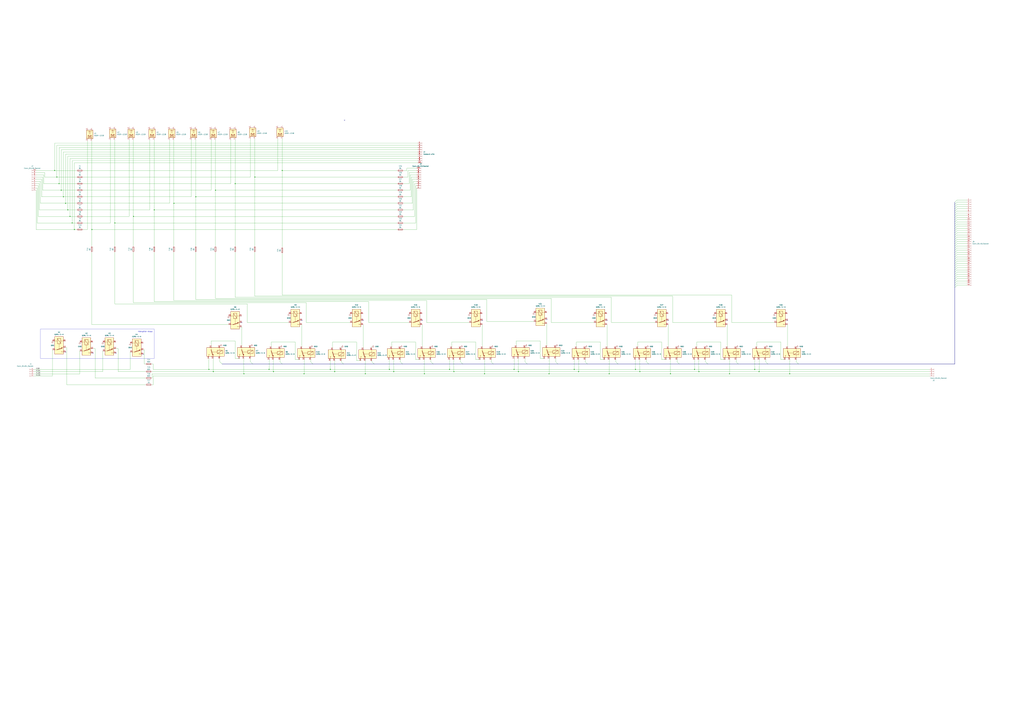
<source format=kicad_sch>
(kicad_sch (version 20230121) (generator eeschema)
  (paper "A0")
  (junction (at 521.97 429.26))
  (junction (at 847.09 434.34))
  (junction (at 179.07 243.84))
  (junction (at 778.51 434.34))
  (junction (at 671.83 431.8))
  (junction (at 283.21 434.34))
  (junction (at 227.33 228.6))
  (junction (at 596.9 429.26))
  (junction (at 388.62 431.8))
  (junction (at 78.74 243.84))
  (junction (at 133.35 259.08))
  (junction (at 811.53 431.8))
  (junction (at 273.05 213.36))
  (junction (at 707.39 434.34))
  (junction (at 81.28 251.46))
  (junction (at 666.75 429.26))
  (junction (at 201.93 236.22))
  (junction (at 637.54 434.34))
  (junction (at 492.76 434.34))
  (junction (at 327.66 198.12))
  (junction (at 106.68 266.7))
  (junction (at 312.42 429.26))
  (junction (at 424.18 434.34))
  (junction (at 876.3 429.26))
  (junction (at 295.91 205.74))
  (junction (at 737.87 429.26))
  (junction (at 527.05 431.8))
  (junction (at 154.94 251.46))
  (junction (at 452.12 429.26))
  (junction (at 86.36 266.7))
  (junction (at 73.66 228.6))
  (junction (at 317.5 431.8))
  (junction (at 562.61 434.34))
  (junction (at 916.94 434.34))
  (junction (at 242.57 429.26))
  (junction (at 66.04 205.74))
  (junction (at 742.95 431.8))
  (junction (at 457.2 431.8))
  (junction (at 353.06 434.34))
  (junction (at 881.38 431.8))
  (junction (at 71.12 220.98))
  (junction (at 247.65 431.8))
  (junction (at 383.54 429.26))
  (junction (at 68.58 213.36))
  (junction (at 63.5 198.12))
  (junction (at 601.98 431.8))
  (junction (at 83.82 259.08))
  (junction (at 76.2 236.22))
  (junction (at 250.19 220.98))
  (junction (at 806.45 429.26))
  (no_connect (at 844.55 372.11))
  (no_connect (at 280.67 374.65))
  (no_connect (at 134.62 410.21))
  (no_connect (at 166.37 411.48))
  (no_connect (at 107.95 410.21))
  (no_connect (at 421.64 372.11))
  (no_connect (at 350.52 372.11))
  (no_connect (at 560.07 372.11))
  (no_connect (at 775.97 372.11))
  (no_connect (at 490.22 372.11))
  (no_connect (at 635 370.84))
  (no_connect (at 400.05 139.7))
  (no_connect (at 76.2 408.94))
  (no_connect (at 704.85 372.11))
  (no_connect (at 914.4 372.11))
  (bus_entry (at 924.56 420.37) (size 2.54 2.54))
  (bus_entry (at 1111.25 326.39) (size -2.54 2.54))
  (bus_entry (at 1111.25 283.21) (size -2.54 2.54))
  (bus_entry (at 1111.25 318.77) (size -2.54 2.54))
  (bus_entry (at 1111.25 275.59) (size -2.54 2.54))
  (bus_entry (at 1111.25 273.05) (size -2.54 2.54))
  (bus_entry (at 1111.25 280.67) (size -2.54 2.54))
  (bus_entry (at 819.15 420.37) (size 2.54 2.54))
  (bus_entry (at 1111.25 308.61) (size -2.54 2.54))
  (bus_entry (at 679.45 420.37) (size 2.54 2.54))
  (bus_entry (at 360.68 420.37) (size 2.54 2.54))
  (bus_entry (at 609.6 420.37) (size 2.54 2.54))
  (bus_entry (at 889 420.37) (size 2.54 2.54))
  (bus_entry (at 1111.25 255.27) (size -2.54 2.54))
  (bus_entry (at 1111.25 295.91) (size -2.54 2.54))
  (bus_entry (at 255.27 420.37) (size 2.54 2.54))
  (bus_entry (at 1111.25 242.57) (size -2.54 2.54))
  (bus_entry (at 1111.25 328.93) (size -2.54 2.54))
  (bus_entry (at 1111.25 252.73) (size -2.54 2.54))
  (bus_entry (at 1111.25 300.99) (size -2.54 2.54))
  (bus_entry (at 1111.25 270.51) (size -2.54 2.54))
  (bus_entry (at 1111.25 257.81) (size -2.54 2.54))
  (bus_entry (at 1111.25 316.23) (size -2.54 2.54))
  (bus_entry (at 1111.25 250.19) (size -2.54 2.54))
  (bus_entry (at 786.13 420.37) (size 2.54 2.54))
  (bus_entry (at 1111.25 321.31) (size -2.54 2.54))
  (bus_entry (at 1111.25 234.95) (size -2.54 2.54))
  (bus_entry (at 1111.25 303.53) (size -2.54 2.54))
  (bus_entry (at 1111.25 313.69) (size -2.54 2.54))
  (bus_entry (at 1111.25 288.29) (size -2.54 2.54))
  (bus_entry (at 750.57 420.37) (size 2.54 2.54))
  (bus_entry (at 1111.25 285.75) (size -2.54 2.54))
  (bus_entry (at 325.12 420.37) (size 2.54 2.54))
  (bus_entry (at 500.38 420.37) (size 2.54 2.54))
  (bus_entry (at 396.24 420.37) (size 2.54 2.54))
  (bus_entry (at 1111.25 240.03) (size -2.54 2.54))
  (bus_entry (at 534.67 420.37) (size 2.54 2.54))
  (bus_entry (at 1111.25 311.15) (size -2.54 2.54))
  (bus_entry (at 1111.25 293.37) (size -2.54 2.54))
  (bus_entry (at 431.8 420.37) (size 2.54 2.54))
  (bus_entry (at 1111.25 331.47) (size -2.54 2.54))
  (bus_entry (at 645.16 420.37) (size 2.54 2.54))
  (bus_entry (at 1111.25 262.89) (size -2.54 2.54))
  (bus_entry (at 1111.25 247.65) (size -2.54 2.54))
  (bus_entry (at 854.71 420.37) (size 2.54 2.54))
  (bus_entry (at 1111.25 265.43) (size -2.54 2.54))
  (bus_entry (at 1111.25 237.49) (size -2.54 2.54))
  (bus_entry (at 1111.25 245.11) (size -2.54 2.54))
  (bus_entry (at 715.01 420.37) (size 2.54 2.54))
  (bus_entry (at 1111.25 298.45) (size -2.54 2.54))
  (bus_entry (at 1111.25 267.97) (size -2.54 2.54))
  (bus_entry (at 464.82 420.37) (size 2.54 2.54))
  (bus_entry (at 570.23 420.37) (size 2.54 2.54))
  (bus_entry (at 1111.25 290.83) (size -2.54 2.54))
  (bus_entry (at 1111.25 306.07) (size -2.54 2.54))
  (bus_entry (at 1111.25 278.13) (size -2.54 2.54))
  (bus_entry (at 290.83 420.37) (size 2.54 2.54))
  (bus_entry (at 1111.25 232.41) (size -2.54 2.54))
  (bus_entry (at 1111.25 260.35) (size -2.54 2.54))
  (bus_entry (at 1111.25 323.85) (size -2.54 2.54))
  (bus (pts (xy 1108.71 250.19) (xy 1108.71 252.73)))
  (wire (pts (xy 808.99 397.51) (xy 836.93 397.51)))
  (wire (pts (xy 565.15 373.38) (xy 565.15 347.98)))
  (wire (pts (xy 133.35 259.08) (xy 133.35 162.56)))
  (wire (pts (xy 76.2 179.07) (xy 76.2 236.22)))
  (wire (pts (xy 81.28 184.15) (xy 81.28 251.46)))
  (wire (pts (xy 245.11 396.24) (xy 273.05 396.24)))
  (wire (pts (xy 485.14 181.61) (xy 78.74 181.61)))
  (wire (pts (xy 52.07 205.74) (xy 66.04 205.74)))
  (wire (pts (xy 806.45 417.83) (xy 806.45 429.26)))
  (wire (pts (xy 342.9 397.51) (xy 342.9 417.83)))
  (wire (pts (xy 544.83 374.65) (xy 495.3 374.65)))
  (wire (pts (xy 76.2 403.86) (xy 77.47 403.86)))
  (wire (pts (xy 201.93 162.56) (xy 201.93 236.22)))
  (wire (pts (xy 689.61 374.65) (xy 640.08 374.65)))
  (wire (pts (xy 1111.25 328.93) (xy 1122.68 328.93)))
  (wire (pts (xy 353.06 417.83) (xy 353.06 434.34)))
  (wire (pts (xy 134.62 405.13) (xy 137.16 405.13)))
  (wire (pts (xy 396.24 403.86) (xy 396.24 402.59)))
  (wire (pts (xy 76.2 236.22) (xy 88.9 236.22)))
  (wire (pts (xy 287.02 374.65) (xy 287.02 353.06)))
  (bus (pts (xy 717.55 422.91) (xy 753.11 422.91)))
  (wire (pts (xy 1111.25 260.35) (xy 1122.68 260.35)))
  (wire (pts (xy 1111.25 321.31) (xy 1122.68 321.31)))
  (wire (pts (xy 39.37 429.26) (xy 151.13 429.26)))
  (wire (pts (xy 1111.25 326.39) (xy 1122.68 326.39)))
  (wire (pts (xy 424.18 434.34) (xy 492.76 434.34)))
  (wire (pts (xy 1111.25 262.89) (xy 1122.68 262.89)))
  (wire (pts (xy 740.41 397.51) (xy 768.35 397.51)))
  (wire (pts (xy 709.93 374.65) (xy 709.93 345.44)))
  (wire (pts (xy 478.79 236.22) (xy 468.63 236.22)))
  (wire (pts (xy 176.53 431.8) (xy 247.65 431.8)))
  (bus (pts (xy 788.67 422.91) (xy 821.69 422.91)))
  (wire (pts (xy 1111.25 267.97) (xy 1122.68 267.97)))
  (wire (pts (xy 154.94 162.56) (xy 154.94 251.46)))
  (wire (pts (xy 167.64 406.4) (xy 167.64 422.91)))
  (wire (pts (xy 481.33 251.46) (xy 481.33 213.36)))
  (bus (pts (xy 1108.71 303.53) (xy 1108.71 306.07)))
  (wire (pts (xy 421.64 377.19) (xy 421.64 403.86)))
  (bus (pts (xy 891.54 422.91) (xy 927.1 422.91)))
  (wire (pts (xy 1111.25 300.99) (xy 1122.68 300.99)))
  (wire (pts (xy 1111.25 298.45) (xy 1122.68 298.45)))
  (wire (pts (xy 46.99 236.22) (xy 76.2 236.22)))
  (wire (pts (xy 781.05 374.65) (xy 781.05 344.17)))
  (wire (pts (xy 1111.25 275.59) (xy 1122.68 275.59)))
  (wire (pts (xy 406.4 374.65) (xy 355.6 374.65)))
  (wire (pts (xy 39.37 431.8) (xy 119.38 431.8)))
  (wire (pts (xy 280.67 379.73) (xy 280.67 401.32)))
  (wire (pts (xy 78.74 181.61) (xy 78.74 243.84)))
  (wire (pts (xy 1111.25 313.69) (xy 1122.68 313.69)))
  (wire (pts (xy 327.66 342.9) (xy 327.66 294.64)))
  (wire (pts (xy 427.99 350.52) (xy 179.07 350.52)))
  (wire (pts (xy 457.2 431.8) (xy 527.05 431.8)))
  (wire (pts (xy 68.58 213.36) (xy 88.9 213.36)))
  (wire (pts (xy 314.96 397.51) (xy 342.9 397.51)))
  (wire (pts (xy 552.45 417.83) (xy 557.53 417.83)))
  (wire (pts (xy 245.11 162.56) (xy 245.11 220.98)))
  (wire (pts (xy 250.19 346.71) (xy 250.19 293.37)))
  (wire (pts (xy 1111.25 295.91) (xy 1122.68 295.91)))
  (wire (pts (xy 86.36 189.23) (xy 86.36 266.7)))
  (wire (pts (xy 295.91 344.17) (xy 295.91 293.37)))
  (wire (pts (xy 844.55 377.19) (xy 844.55 402.59)))
  (wire (pts (xy 495.3 349.25) (xy 201.93 349.25)))
  (bus (pts (xy 1108.71 293.37) (xy 1108.71 295.91)))
  (wire (pts (xy 666.75 417.83) (xy 666.75 429.26)))
  (wire (pts (xy 854.71 417.83) (xy 854.71 420.37)))
  (bus (pts (xy 293.37 422.91) (xy 327.66 422.91)))
  (wire (pts (xy 482.6 417.83) (xy 487.68 417.83)))
  (wire (pts (xy 552.45 397.51) (xy 552.45 417.83)))
  (wire (pts (xy 806.45 429.26) (xy 876.3 429.26)))
  (wire (pts (xy 1111.25 242.57) (xy 1122.68 242.57)))
  (wire (pts (xy 177.8 429.26) (xy 242.57 429.26)))
  (wire (pts (xy 601.98 431.8) (xy 671.83 431.8)))
  (wire (pts (xy 133.35 285.75) (xy 133.35 259.08)))
  (bus (pts (xy 1108.71 328.93) (xy 1108.71 331.47)))
  (wire (pts (xy 71.12 173.99) (xy 71.12 220.98)))
  (wire (pts (xy 273.05 162.56) (xy 273.05 213.36)))
  (wire (pts (xy 77.47 403.86) (xy 77.47 447.04)))
  (wire (pts (xy 386.08 397.51) (xy 414.02 397.51)))
  (wire (pts (xy 283.21 434.34) (xy 353.06 434.34)))
  (wire (pts (xy 1111.25 237.49) (xy 1122.68 237.49)))
  (wire (pts (xy 490.22 377.19) (xy 490.22 402.59)))
  (wire (pts (xy 474.98 374.65) (xy 427.99 374.65)))
  (wire (pts (xy 715.01 417.83) (xy 715.01 420.37)))
  (wire (pts (xy 671.83 417.83) (xy 671.83 431.8)))
  (bus (pts (xy 1108.71 283.21) (xy 1108.71 285.75)))
  (wire (pts (xy 267.97 162.56) (xy 267.97 213.36)))
  (wire (pts (xy 485.14 189.23) (xy 86.36 189.23)))
  (wire (pts (xy 534.67 417.83) (xy 534.67 420.37)))
  (wire (pts (xy 697.23 397.51) (xy 697.23 417.83)))
  (wire (pts (xy 601.98 416.56) (xy 601.98 431.8)))
  (wire (pts (xy 669.29 397.51) (xy 697.23 397.51)))
  (wire (pts (xy 1111.25 250.19) (xy 1122.68 250.19)))
  (wire (pts (xy 836.93 417.83) (xy 842.01 417.83)))
  (wire (pts (xy 154.94 351.79) (xy 154.94 293.37)))
  (wire (pts (xy 454.66 402.59) (xy 454.66 397.51)))
  (wire (pts (xy 521.97 429.26) (xy 596.9 429.26)))
  (wire (pts (xy 737.87 417.83) (xy 737.87 429.26)))
  (wire (pts (xy 227.33 228.6) (xy 461.01 228.6)))
  (wire (pts (xy 476.25 203.2) (xy 483.87 203.2)))
  (bus (pts (xy 467.36 422.91) (xy 502.92 422.91)))
  (wire (pts (xy 96.52 236.22) (xy 196.85 236.22)))
  (wire (pts (xy 482.6 259.08) (xy 468.63 259.08)))
  (wire (pts (xy 317.5 417.83) (xy 317.5 431.8)))
  (wire (pts (xy 96.52 259.08) (xy 128.27 259.08)))
  (bus (pts (xy 327.66 422.91) (xy 363.22 422.91)))
  (wire (pts (xy 671.83 431.8) (xy 742.95 431.8)))
  (wire (pts (xy 106.68 163.83) (xy 106.68 266.7)))
  (wire (pts (xy 1111.25 245.11) (xy 1122.68 245.11)))
  (wire (pts (xy 49.53 220.98) (xy 49.53 205.74)))
  (wire (pts (xy 924.56 417.83) (xy 924.56 420.37)))
  (wire (pts (xy 137.16 431.8) (xy 168.91 431.8)))
  (wire (pts (xy 679.45 417.83) (xy 679.45 420.37)))
  (bus (pts (xy 1108.71 308.61) (xy 1108.71 311.15)))
  (wire (pts (xy 750.57 417.83) (xy 750.57 420.37)))
  (wire (pts (xy 73.66 228.6) (xy 88.9 228.6)))
  (wire (pts (xy 106.68 266.7) (xy 461.01 266.7)))
  (wire (pts (xy 273.05 293.37) (xy 273.05 345.44)))
  (bus (pts (xy 1108.71 318.77) (xy 1108.71 321.31)))
  (wire (pts (xy 492.76 434.34) (xy 562.61 434.34)))
  (wire (pts (xy 881.38 431.8) (xy 1079.5 431.8)))
  (wire (pts (xy 342.9 417.83) (xy 347.98 417.83)))
  (bus (pts (xy 857.25 422.91) (xy 891.54 422.91)))
  (wire (pts (xy 599.44 401.32) (xy 599.44 396.24)))
  (wire (pts (xy 48.26 228.6) (xy 73.66 228.6)))
  (wire (pts (xy 314.96 402.59) (xy 314.96 397.51)))
  (wire (pts (xy 92.71 407.67) (xy 92.71 434.34)))
  (wire (pts (xy 290.83 161.29) (xy 290.83 205.74)))
  (wire (pts (xy 1111.25 288.29) (xy 1122.68 288.29)))
  (wire (pts (xy 106.68 293.37) (xy 106.68 377.19)))
  (wire (pts (xy 50.8 213.36) (xy 68.58 213.36)))
  (wire (pts (xy 179.07 285.75) (xy 179.07 243.84)))
  (wire (pts (xy 1111.25 308.61) (xy 1122.68 308.61)))
  (bus (pts (xy 1108.71 273.05) (xy 1108.71 275.59)))
  (wire (pts (xy 73.66 176.53) (xy 73.66 228.6)))
  (wire (pts (xy 778.51 417.83) (xy 778.51 434.34)))
  (wire (pts (xy 786.13 417.83) (xy 786.13 420.37)))
  (wire (pts (xy 52.07 200.66) (xy 41.91 200.66)))
  (bus (pts (xy 1108.71 288.29) (xy 1108.71 290.83)))
  (wire (pts (xy 480.06 210.82) (xy 483.87 210.82)))
  (wire (pts (xy 878.84 397.51) (xy 906.78 397.51)))
  (wire (pts (xy 640.08 346.71) (xy 250.19 346.71)))
  (wire (pts (xy 461.01 220.98) (xy 250.19 220.98)))
  (bus (pts (xy 1108.71 255.27) (xy 1108.71 257.81)))
  (bus (pts (xy 1108.71 321.31) (xy 1108.71 323.85)))
  (wire (pts (xy 876.3 429.26) (xy 1079.5 429.26)))
  (wire (pts (xy 227.33 162.56) (xy 227.33 228.6)))
  (wire (pts (xy 427.99 374.65) (xy 427.99 350.52)))
  (bus (pts (xy 434.34 422.91) (xy 467.36 422.91)))
  (wire (pts (xy 81.28 251.46) (xy 88.9 251.46)))
  (wire (pts (xy 476.25 220.98) (xy 468.63 220.98)))
  (wire (pts (xy 619.76 373.38) (xy 565.15 373.38)))
  (wire (pts (xy 473.71 205.74) (xy 468.63 205.74)))
  (wire (pts (xy 242.57 416.56) (xy 242.57 429.26)))
  (bus (pts (xy 1108.71 311.15) (xy 1108.71 313.69)))
  (wire (pts (xy 52.07 205.74) (xy 52.07 200.66)))
  (wire (pts (xy 819.15 417.83) (xy 819.15 420.37)))
  (wire (pts (xy 482.6 259.08) (xy 482.6 215.9)))
  (bus (pts (xy 1108.71 300.99) (xy 1108.71 303.53)))
  (wire (pts (xy 66.04 168.91) (xy 66.04 205.74)))
  (wire (pts (xy 154.94 251.46) (xy 461.01 251.46)))
  (wire (pts (xy 485.14 179.07) (xy 76.2 179.07)))
  (wire (pts (xy 63.5 198.12) (xy 88.9 198.12)))
  (wire (pts (xy 63.5 166.37) (xy 63.5 198.12)))
  (bus (pts (xy 1108.71 260.35) (xy 1108.71 262.89)))
  (wire (pts (xy 353.06 434.34) (xy 424.18 434.34)))
  (wire (pts (xy 457.2 417.83) (xy 457.2 431.8)))
  (wire (pts (xy 635 375.92) (xy 635 401.32)))
  (wire (pts (xy 355.6 374.65) (xy 355.6 351.79)))
  (bus (pts (xy 1108.71 252.73) (xy 1108.71 255.27)))
  (wire (pts (xy 128.27 162.56) (xy 128.27 259.08)))
  (wire (pts (xy 177.8 422.91) (xy 177.8 429.26)))
  (wire (pts (xy 775.97 377.19) (xy 775.97 402.59)))
  (bus (pts (xy 1108.71 237.49) (xy 1108.71 240.03)))
  (wire (pts (xy 1111.25 234.95) (xy 1122.68 234.95)))
  (wire (pts (xy 627.38 416.56) (xy 632.46 416.56)))
  (wire (pts (xy 43.18 259.08) (xy 43.18 218.44)))
  (bus (pts (xy 1108.71 278.13) (xy 1108.71 280.67)))
  (wire (pts (xy 265.43 377.19) (xy 106.68 377.19)))
  (wire (pts (xy 41.91 266.7) (xy 41.91 220.98)))
  (wire (pts (xy 481.33 213.36) (xy 483.87 213.36)))
  (wire (pts (xy 452.12 429.26) (xy 521.97 429.26)))
  (wire (pts (xy 521.97 417.83) (xy 521.97 429.26)))
  (wire (pts (xy 327.66 198.12) (xy 461.01 198.12)))
  (wire (pts (xy 476.25 220.98) (xy 476.25 203.2)))
  (bus (pts (xy 1108.71 285.75) (xy 1108.71 288.29)))
  (wire (pts (xy 666.75 429.26) (xy 737.87 429.26)))
  (wire (pts (xy 707.39 417.83) (xy 707.39 434.34)))
  (wire (pts (xy 527.05 431.8) (xy 601.98 431.8)))
  (bus (pts (xy 1108.71 316.23) (xy 1108.71 318.77)))
  (wire (pts (xy 96.52 266.7) (xy 101.6 266.7)))
  (wire (pts (xy 669.29 402.59) (xy 669.29 397.51)))
  (wire (pts (xy 1111.25 257.81) (xy 1122.68 257.81)))
  (wire (pts (xy 483.87 266.7) (xy 468.63 266.7)))
  (wire (pts (xy 173.99 162.56) (xy 173.99 243.84)))
  (wire (pts (xy 335.28 374.65) (xy 287.02 374.65)))
  (wire (pts (xy 49.53 220.98) (xy 71.12 220.98)))
  (wire (pts (xy 472.44 198.12) (xy 468.63 198.12)))
  (bus (pts (xy 1108.71 247.65) (xy 1108.71 250.19)))
  (wire (pts (xy 201.93 236.22) (xy 201.93 285.75)))
  (wire (pts (xy 811.53 417.83) (xy 811.53 431.8)))
  (bus (pts (xy 1108.71 295.91) (xy 1108.71 298.45)))
  (wire (pts (xy 44.45 251.46) (xy 81.28 251.46)))
  (wire (pts (xy 50.8 203.2) (xy 41.91 203.2)))
  (bus (pts (xy 1108.71 245.11) (xy 1108.71 247.65)))
  (wire (pts (xy 472.44 198.12) (xy 472.44 195.58)))
  (wire (pts (xy 83.82 259.08) (xy 88.9 259.08)))
  (bus (pts (xy 1108.71 422.91) (xy 1108.71 334.01)))
  (wire (pts (xy 273.05 213.36) (xy 273.05 285.75)))
  (wire (pts (xy 1111.25 285.75) (xy 1122.68 285.75)))
  (wire (pts (xy 110.49 405.13) (xy 110.49 439.42)))
  (wire (pts (xy 1111.25 323.85) (xy 1122.68 323.85)))
  (bus (pts (xy 1108.71 265.43) (xy 1108.71 267.97)))
  (wire (pts (xy 355.6 351.79) (xy 154.94 351.79)))
  (wire (pts (xy 383.54 419.1) (xy 383.54 429.26)))
  (wire (pts (xy 483.87 266.7) (xy 483.87 218.44)))
  (wire (pts (xy 48.26 228.6) (xy 48.26 208.28)))
  (wire (pts (xy 273.05 213.36) (xy 461.01 213.36)))
  (wire (pts (xy 481.33 251.46) (xy 468.63 251.46)))
  (wire (pts (xy 811.53 431.8) (xy 881.38 431.8)))
  (wire (pts (xy 290.83 416.56) (xy 290.83 420.37)))
  (wire (pts (xy 386.08 403.86) (xy 386.08 397.51)))
  (wire (pts (xy 273.05 416.56) (xy 278.13 416.56)))
  (wire (pts (xy 565.15 347.98) (xy 227.33 347.98)))
  (wire (pts (xy 482.6 397.51) (xy 482.6 417.83)))
  (wire (pts (xy 1111.25 232.41) (xy 1122.68 232.41)))
  (wire (pts (xy 96.52 243.84) (xy 173.99 243.84)))
  (bus (pts (xy 681.99 422.91) (xy 717.55 422.91)))
  (bus (pts (xy 1108.71 262.89) (xy 1108.71 265.43)))
  (bus (pts (xy 1108.71 298.45) (xy 1108.71 300.99)))
  (wire (pts (xy 914.4 377.19) (xy 914.4 402.59)))
  (bus (pts (xy 537.21 422.91) (xy 572.77 422.91)))
  (wire (pts (xy 596.9 416.56) (xy 596.9 429.26)))
  (wire (pts (xy 201.93 293.37) (xy 201.93 349.25)))
  (bus (pts (xy 1108.71 326.39) (xy 1108.71 328.93)))
  (wire (pts (xy 1111.25 278.13) (xy 1122.68 278.13)))
  (bus (pts (xy 753.11 422.91) (xy 788.67 422.91)))
  (wire (pts (xy 60.96 406.4) (xy 60.96 436.88)))
  (wire (pts (xy 71.12 220.98) (xy 88.9 220.98)))
  (wire (pts (xy 916.94 417.83) (xy 916.94 434.34)))
  (wire (pts (xy 742.95 431.8) (xy 811.53 431.8)))
  (wire (pts (xy 176.53 447.04) (xy 177.8 447.04)))
  (wire (pts (xy 242.57 429.26) (xy 312.42 429.26)))
  (wire (pts (xy 906.78 397.51) (xy 906.78 417.83)))
  (wire (pts (xy 107.95 405.13) (xy 110.49 405.13)))
  (wire (pts (xy 485.14 171.45) (xy 68.58 171.45)))
  (wire (pts (xy 414.02 397.51) (xy 414.02 419.1)))
  (wire (pts (xy 383.54 429.26) (xy 452.12 429.26)))
  (wire (pts (xy 154.94 285.75) (xy 154.94 251.46)))
  (wire (pts (xy 317.5 431.8) (xy 388.62 431.8)))
  (wire (pts (xy 48.26 208.28) (xy 41.91 208.28)))
  (wire (pts (xy 836.93 397.51) (xy 836.93 417.83)))
  (wire (pts (xy 179.07 162.56) (xy 179.07 243.84)))
  (wire (pts (xy 740.41 402.59) (xy 740.41 397.51)))
  (bus (pts (xy 1108.71 290.83) (xy 1108.71 293.37)))
  (wire (pts (xy 44.45 215.9) (xy 41.91 215.9)))
  (wire (pts (xy 431.8 403.86) (xy 431.8 402.59)))
  (wire (pts (xy 477.52 228.6) (xy 468.63 228.6)))
  (wire (pts (xy 1111.25 306.07) (xy 1122.68 306.07)))
  (wire (pts (xy 477.52 205.74) (xy 483.87 205.74)))
  (wire (pts (xy 222.25 162.56) (xy 222.25 228.6)))
  (bus (pts (xy 821.69 422.91) (xy 857.25 422.91)))
  (bus (pts (xy 1108.71 331.47) (xy 1108.71 334.01)))
  (wire (pts (xy 86.36 266.7) (xy 88.9 266.7)))
  (wire (pts (xy 227.33 347.98) (xy 227.33 293.37)))
  (wire (pts (xy 829.31 374.65) (xy 781.05 374.65)))
  (wire (pts (xy 560.07 377.19) (xy 560.07 402.59)))
  (wire (pts (xy 327.66 161.29) (xy 327.66 198.12)))
  (wire (pts (xy 327.66 287.02) (xy 327.66 198.12)))
  (wire (pts (xy 452.12 417.83) (xy 452.12 429.26)))
  (wire (pts (xy 250.19 285.75) (xy 250.19 220.98)))
  (wire (pts (xy 1111.25 273.05) (xy 1122.68 273.05)))
  (wire (pts (xy 177.8 436.88) (xy 177.8 447.04)))
  (wire (pts (xy 45.72 213.36) (xy 41.91 213.36)))
  (wire (pts (xy 454.66 397.51) (xy 482.6 397.51)))
  (wire (pts (xy 1111.25 270.51) (xy 1122.68 270.51)))
  (wire (pts (xy 781.05 344.17) (xy 295.91 344.17)))
  (wire (pts (xy 1111.25 255.27) (xy 1122.68 255.27)))
  (wire (pts (xy 645.16 416.56) (xy 645.16 420.37)))
  (wire (pts (xy 295.91 285.75) (xy 295.91 205.74)))
  (wire (pts (xy 44.45 251.46) (xy 44.45 215.9)))
  (wire (pts (xy 325.12 417.83) (xy 325.12 420.37)))
  (wire (pts (xy 1111.25 331.47) (xy 1122.68 331.47)))
  (bus (pts (xy 1108.71 270.51) (xy 1108.71 273.05)))
  (wire (pts (xy 247.65 431.8) (xy 317.5 431.8)))
  (wire (pts (xy 312.42 417.83) (xy 312.42 429.26)))
  (bus (pts (xy 1108.71 234.95) (xy 1108.71 237.49)))
  (wire (pts (xy 847.09 434.34) (xy 916.94 434.34)))
  (wire (pts (xy 808.99 402.59) (xy 808.99 397.51)))
  (wire (pts (xy 500.38 417.83) (xy 500.38 420.37)))
  (wire (pts (xy 474.98 213.36) (xy 474.98 200.66)))
  (wire (pts (xy 431.8 419.1) (xy 431.8 420.37)))
  (wire (pts (xy 477.52 228.6) (xy 477.52 205.74)))
  (wire (pts (xy 760.73 374.65) (xy 709.93 374.65)))
  (wire (pts (xy 78.74 243.84) (xy 88.9 243.84)))
  (wire (pts (xy 96.52 205.74) (xy 290.83 205.74)))
  (wire (pts (xy 96.52 198.12) (xy 322.58 198.12)))
  (wire (pts (xy 778.51 434.34) (xy 847.09 434.34)))
  (wire (pts (xy 889 417.83) (xy 889 420.37)))
  (wire (pts (xy 878.84 402.59) (xy 878.84 397.51)))
  (wire (pts (xy 49.53 205.74) (xy 41.91 205.74)))
  (wire (pts (xy 1111.25 311.15) (xy 1122.68 311.15)))
  (wire (pts (xy 1111.25 252.73) (xy 1122.68 252.73)))
  (wire (pts (xy 707.39 434.34) (xy 778.51 434.34)))
  (bus (pts (xy 647.7 422.91) (xy 681.99 422.91)))
  (wire (pts (xy 201.93 236.22) (xy 461.01 236.22)))
  (wire (pts (xy 637.54 416.56) (xy 637.54 434.34)))
  (wire (pts (xy 388.62 419.1) (xy 388.62 431.8)))
  (wire (pts (xy 1111.25 283.21) (xy 1122.68 283.21)))
  (wire (pts (xy 273.05 396.24) (xy 273.05 416.56)))
  (wire (pts (xy 66.04 205.74) (xy 88.9 205.74)))
  (bus (pts (xy 927.1 422.91) (xy 1108.71 422.91)))
  (wire (pts (xy 473.71 198.12) (xy 483.87 198.12)))
  (wire (pts (xy 485.14 173.99) (xy 71.12 173.99)))
  (wire (pts (xy 849.63 374.65) (xy 849.63 342.9)))
  (bus (pts (xy 1108.71 280.67) (xy 1108.71 283.21)))
  (wire (pts (xy 119.38 407.67) (xy 119.38 431.8)))
  (bus (pts (xy 1108.71 257.81) (xy 1108.71 260.35)))
  (wire (pts (xy 350.52 377.19) (xy 350.52 402.59)))
  (wire (pts (xy 847.09 417.83) (xy 847.09 434.34)))
  (wire (pts (xy 627.38 396.24) (xy 627.38 416.56)))
  (wire (pts (xy 473.71 205.74) (xy 473.71 198.12)))
  (wire (pts (xy 96.52 251.46) (xy 149.86 251.46)))
  (wire (pts (xy 474.98 200.66) (xy 483.87 200.66)))
  (wire (pts (xy 596.9 429.26) (xy 666.75 429.26)))
  (wire (pts (xy 485.14 184.15) (xy 81.28 184.15)))
  (wire (pts (xy 474.98 213.36) (xy 468.63 213.36)))
  (wire (pts (xy 478.79 208.28) (xy 483.87 208.28)))
  (wire (pts (xy 599.44 396.24) (xy 627.38 396.24)))
  (wire (pts (xy 464.82 417.83) (xy 464.82 420.37)))
  (wire (pts (xy 106.68 266.7) (xy 106.68 285.75)))
  (wire (pts (xy 149.86 162.56) (xy 149.86 251.46)))
  (wire (pts (xy 396.24 419.1) (xy 396.24 420.37)))
  (wire (pts (xy 424.18 419.1) (xy 424.18 434.34)))
  (wire (pts (xy 485.14 176.53) (xy 73.66 176.53)))
  (wire (pts (xy 768.35 417.83) (xy 773.43 417.83)))
  (bus (pts (xy 612.14 422.91) (xy 647.7 422.91)))
  (wire (pts (xy 472.44 195.58) (xy 483.87 195.58)))
  (wire (pts (xy 50.8 213.36) (xy 50.8 203.2)))
  (wire (pts (xy 196.85 162.56) (xy 196.85 236.22)))
  (wire (pts (xy 527.05 417.83) (xy 527.05 431.8)))
  (wire (pts (xy 1111.25 290.83) (xy 1122.68 290.83)))
  (bus (pts (xy 398.78 422.91) (xy 434.34 422.91)))
  (wire (pts (xy 570.23 417.83) (xy 570.23 420.37)))
  (wire (pts (xy 68.58 171.45) (xy 68.58 213.36)))
  (wire (pts (xy 247.65 416.56) (xy 247.65 431.8)))
  (wire (pts (xy 478.79 236.22) (xy 478.79 208.28)))
  (wire (pts (xy 151.13 408.94) (xy 151.13 429.26)))
  (wire (pts (xy 704.85 377.19) (xy 704.85 402.59)))
  (wire (pts (xy 41.91 198.12) (xy 63.5 198.12)))
  (wire (pts (xy 322.58 161.29) (xy 322.58 198.12)))
  (wire (pts (xy 1111.25 265.43) (xy 1122.68 265.43)))
  (wire (pts (xy 39.37 434.34) (xy 92.71 434.34)))
  (wire (pts (xy 245.11 401.32) (xy 245.11 396.24)))
  (wire (pts (xy 524.51 397.51) (xy 552.45 397.51)))
  (wire (pts (xy 133.35 259.08) (xy 461.01 259.08)))
  (wire (pts (xy 96.52 213.36) (xy 267.97 213.36)))
  (wire (pts (xy 1111.25 318.77) (xy 1122.68 318.77)))
  (bus (pts (xy 1108.71 240.03) (xy 1108.71 242.57)))
  (bus (pts (xy 1108.71 275.59) (xy 1108.71 278.13)))
  (wire (pts (xy 83.82 186.69) (xy 83.82 259.08)))
  (wire (pts (xy 166.37 406.4) (xy 167.64 406.4)))
  (wire (pts (xy 1111.25 280.67) (xy 1122.68 280.67)))
  (wire (pts (xy 60.96 436.88) (xy 39.37 436.88)))
  (bus (pts (xy 502.92 422.91) (xy 537.21 422.91)))
  (wire (pts (xy 137.16 405.13) (xy 137.16 431.8)))
  (wire (pts (xy 485.14 166.37) (xy 63.5 166.37)))
  (wire (pts (xy 176.53 439.42) (xy 176.53 434.34)))
  (wire (pts (xy 77.47 447.04) (xy 168.91 447.04)))
  (wire (pts (xy 414.02 419.1) (xy 419.1 419.1)))
  (wire (pts (xy 492.76 417.83) (xy 492.76 434.34)))
  (wire (pts (xy 295.91 205.74) (xy 295.91 161.29)))
  (wire (pts (xy 899.16 374.65) (xy 849.63 374.65)))
  (wire (pts (xy 640.08 374.65) (xy 640.08 346.71)))
  (wire (pts (xy 906.78 417.83) (xy 911.86 417.83)))
  (wire (pts (xy 1111.25 316.23) (xy 1122.68 316.23)))
  (wire (pts (xy 255.27 416.56) (xy 255.27 420.37)))
  (bus (pts (xy 1108.71 323.85) (xy 1108.71 326.39)))
  (wire (pts (xy 480.06 210.82) (xy 480.06 243.84)))
  (wire (pts (xy 562.61 434.34) (xy 637.54 434.34)))
  (wire (pts (xy 312.42 429.26) (xy 383.54 429.26)))
  (bus (pts (xy 572.77 422.91) (xy 612.14 422.91)))
  (bus (pts (xy 363.22 422.91) (xy 398.78 422.91)))
  (wire (pts (xy 1111.25 240.03) (xy 1122.68 240.03)))
  (wire (pts (xy 742.95 417.83) (xy 742.95 431.8)))
  (wire (pts (xy 177.8 436.88) (xy 1079.5 436.88)))
  (wire (pts (xy 1111.25 247.65) (xy 1122.68 247.65)))
  (wire (pts (xy 43.18 218.44) (xy 41.91 218.44)))
  (wire (pts (xy 43.18 259.08) (xy 83.82 259.08)))
  (bus (pts (xy 1108.71 313.69) (xy 1108.71 316.23)))
  (wire (pts (xy 101.6 163.83) (xy 101.6 266.7)))
  (wire (pts (xy 287.02 353.06) (xy 133.35 353.06)))
  (wire (pts (xy 637.54 434.34) (xy 707.39 434.34)))
  (wire (pts (xy 697.23 417.83) (xy 702.31 417.83)))
  (wire (pts (xy 45.72 213.36) (xy 45.72 243.84)))
  (wire (pts (xy 45.72 243.84) (xy 78.74 243.84)))
  (wire (pts (xy 283.21 416.56) (xy 283.21 434.34)))
  (wire (pts (xy 562.61 417.83) (xy 562.61 434.34)))
  (wire (pts (xy 916.94 434.34) (xy 1079.5 434.34)))
  (wire (pts (xy 179.07 243.84) (xy 461.01 243.84)))
  (wire (pts (xy 227.33 285.75) (xy 227.33 228.6)))
  (bus (pts (xy 1108.71 242.57) (xy 1108.71 245.11)))
  (wire (pts (xy 495.3 374.65) (xy 495.3 349.25)))
  (wire (pts (xy 485.14 168.91) (xy 66.04 168.91)))
  (wire (pts (xy 46.99 210.82) (xy 41.91 210.82)))
  (wire (pts (xy 609.6 416.56) (xy 609.6 420.37)))
  (wire (pts (xy 1111.25 293.37) (xy 1122.68 293.37)))
  (wire (pts (xy 881.38 417.83) (xy 881.38 431.8)))
  (wire (pts (xy 768.35 397.51) (xy 768.35 417.83)))
  (wire (pts (xy 876.3 417.83) (xy 876.3 429.26)))
  (wire (pts (xy 388.62 431.8) (xy 457.2 431.8)))
  (wire (pts (xy 133.35 353.06) (xy 133.35 293.37)))
  (wire (pts (xy 849.63 342.9) (xy 327.66 342.9)))
  (wire (pts (xy 461.01 205.74) (xy 295.91 205.74)))
  (bus (pts (xy 257.81 422.91) (xy 293.37 422.91)))
  (wire (pts (xy 524.51 402.59) (xy 524.51 397.51)))
  (wire (pts (xy 482.6 215.9) (xy 483.87 215.9)))
  (wire (pts (xy 1111.25 303.53) (xy 1122.68 303.53)))
  (bus (pts (xy 1108.71 306.07) (xy 1108.71 308.61)))
  (wire (pts (xy 709.93 345.44) (xy 273.05 345.44)))
  (wire (pts (xy 737.87 429.26) (xy 806.45 429.26)))
  (wire (pts (xy 110.49 439.42) (xy 168.91 439.42)))
  (wire (pts (xy 96.52 228.6) (xy 222.25 228.6)))
  (wire (pts (xy 96.52 220.98) (xy 245.11 220.98)))
  (wire (pts (xy 480.06 243.84) (xy 468.63 243.84)))
  (wire (pts (xy 46.99 236.22) (xy 46.99 210.82)))
  (wire (pts (xy 360.68 417.83) (xy 360.68 420.37)))
  (wire (pts (xy 176.53 422.91) (xy 177.8 422.91)))
  (wire (pts (xy 485.14 186.69) (xy 83.82 186.69)))
  (wire (pts (xy 179.07 350.52) (xy 179.07 293.37)))
  (wire (pts (xy 168.91 422.91) (xy 167.64 422.91)))
  (wire (pts (xy 250.19 220.98) (xy 250.19 162.56)))
  (bus (pts (xy 1108.71 267.97) (xy 1108.71 270.51)))
  (wire (pts (xy 41.91 266.7) (xy 86.36 266.7)))
  (wire (pts (xy 176.53 434.34) (xy 283.21 434.34)))
  (rectangle (start 46.99 382.27) (end 179.07 416.56))
  (text "Interuption relays\n" (at 160.02 386.08 0) (effects (font (size 1.27 1.27)) (justify left bottom)))
  (label "KL31" (at 41.91 431.8 0))
  (label "COM" (at 41.91 429.26 0))
  (label "KL15" (at 41.91 436.88 0))
  (label "KL30" (at 41.91 434.34 0))
  (symbol (lib_id "Device:Fuse") (at 154.94 289.56 180) (unit 1)
    (property "Reference" "F13" (at 149.86 289.56 90))
    (property "Value" "8A" (at 152.4 289.56 90))
  )
  (symbol (lib_id "Relay:G2RL-1-H") (at 426.72 411.48 180) (unit 1)
    (property "Reference" "K13" (at 438.15 410.21 0) (effects (justify right)))
    (property "Value" "G2RL-1-H" (at 438.15 412.75 0) (effects (justify right)))
    (property "Footprint" "Relay_THT:Relay_SPDT_Omron_G2RL-1" (effects hide))
    (property "Datasheet" "https://omronfs.omron.com/en_US/ecb/products/pdf/en-g2rl.pdf" (effects hide))
  )
  (symbol (lib_id "power:GND") (at 60.96 396.24 0) (unit 1)
    (property "Reference" "#PWR01" (effects hide))
    (property "Value" "GND" (at 60.96 401.32 0))
  )
  (symbol (lib_id "Device:Fuse") (at 464.82 236.22 270) (mirror x) (unit 1)
    (property "Reference" "F30" (at 464.82 231.14 90))
    (property "Value" "8A" (at 464.82 233.68 90))
  )
  (symbol (lib_id "Device:Fuse") (at 172.72 431.8 90) (unit 1)
    (property "Reference" "F15" (at 172.72 426.72 90))
    (property "Value" "80A" (at 172.72 429.26 90))
  )
  (symbol (lib_id "power:GND") (at 360.68 402.59 90) (unit 1)
    (property "Reference" "#PWR010" (effects hide))
    (property "Value" "GND" (at 364.49 402.59 90) (effects (justify right)))
  )
  (symbol (lib_id "Device:Fuse") (at 172.72 447.04 90) (unit 1)
    (property "Reference" "F17" (at 172.72 441.96 90))
    (property "Value" "5A" (at 172.72 444.5 90))
  )
  (symbol (lib_id "power:GND") (at 464.82 402.59 90) (unit 1)
    (property "Reference" "#PWR014" (effects hide))
    (property "Value" "GND" (at 468.63 402.59 90) (effects (justify right)))
  )
  (symbol (lib_id "power:GND") (at 609.6 401.32 90) (unit 1)
    (property "Reference" "#PWR020" (effects hide))
    (property "Value" "GND" (at 613.41 401.32 90) (effects (justify right)))
  )
  (symbol (lib_id "Relay:G2RL-1-H") (at 604.52 408.94 180) (unit 1)
    (property "Reference" "K20" (at 615.95 407.67 0) (effects (justify right)))
    (property "Value" "G2RL-1-H" (at 615.95 410.21 0) (effects (justify right)))
    (property "Footprint" "Relay_THT:Relay_SPDT_Omron_G2RL-1" (effects hide))
    (property "Datasheet" "https://omronfs.omron.com/en_US/ecb/products/pdf/en-g2rl.pdf" (effects hide))
  )
  (symbol (lib_id "Relay:G2RL-1-H") (at 836.93 369.57 270) (unit 1)
    (property "Reference" "K30" (at 836.93 354.33 90))
    (property "Value" "G2RL-1-H" (at 836.93 356.87 90))
    (property "Footprint" "Relay_THT:Relay_SPDT_Omron_G2RL-1" (effects hide))
    (property "Datasheet" "https://omronfs.omron.com/en_US/ecb/products/pdf/en-g2rl.pdf" (effects hide))
  )
  (symbol (lib_id "Device:Fuse") (at 464.82 213.36 270) (mirror x) (unit 1)
    (property "Reference" "F27" (at 464.82 208.28 90))
    (property "Value" "8A" (at 464.82 210.82 90))
  )
  (symbol (lib_id "power:GND") (at 474.98 364.49 0) (unit 1)
    (property "Reference" "#PWR015" (effects hide))
    (property "Value" "GND" (at 474.98 369.57 0))
  )
  (symbol (lib_id "power:GND") (at 431.8 402.59 90) (unit 1)
    (property "Reference" "#PWR013" (effects hide))
    (property "Value" "GND" (at 435.61 402.59 90) (effects (justify right)))
  )
  (symbol (lib_id "Device:Fuse") (at 273.05 289.56 180) (unit 1)
    (property "Reference" "F22" (at 267.97 289.56 90))
    (property "Value" "8A" (at 270.51 289.56 90))
  )
  (symbol (lib_id "power:GND") (at 255.27 401.32 90) (unit 1)
    (property "Reference" "#PWR05" (effects hide))
    (property "Value" "GND" (at 259.08 401.32 90) (effects (justify right)))
  )
  (symbol (lib_id "Relay:G2RL-1-H") (at 745.49 410.21 180) (unit 1)
    (property "Reference" "K26" (at 756.92 408.94 0) (effects (justify right)))
    (property "Value" "G2RL-1-H" (at 756.92 411.48 0) (effects (justify right)))
    (property "Footprint" "Relay_THT:Relay_SPDT_Omron_G2RL-1" (effects hide))
    (property "Datasheet" "https://omronfs.omron.com/en_US/ecb/products/pdf/en-g2rl.pdf" (effects hide))
  )
  (symbol (lib_id "power:GND") (at 924.56 402.59 90) (unit 1)
    (property "Reference" "#PWR034" (effects hide))
    (property "Value" "GND" (at 928.37 402.59 90) (effects (justify right)))
  )
  (symbol (lib_id "Relay:G2RL-1-H") (at 273.05 372.11 270) (unit 1)
    (property "Reference" "K6" (at 273.05 356.87 90))
    (property "Value" "G2RL-1-H" (at 273.05 359.41 90))
    (property "Footprint" "Relay_THT:Relay_SPDT_Omron_G2RL-1" (effects hide))
    (property "Datasheet" "https://omronfs.omron.com/en_US/ecb/products/pdf/en-g2rl.pdf" (effects hide))
  )
  (symbol (lib_id "Device:Fuse") (at 92.71 243.84 90) (unit 1)
    (property "Reference" "F7" (at 92.71 238.76 90))
    (property "Value" "8A" (at 92.71 241.3 90))
  )
  (symbol (lib_id "power:GND") (at 819.15 402.59 90) (unit 1)
    (property "Reference" "#PWR029" (effects hide))
    (property "Value" "GND" (at 822.96 402.59 90) (effects (justify right)))
  )
  (symbol (lib_id "Device:Fuse") (at 179.07 289.56 180) (unit 1)
    (property "Reference" "F18" (at 173.99 289.56 90))
    (property "Value" "8A" (at 176.53 289.56 90))
  )
  (symbol (lib_id "Relay:G2RL-1-H") (at 320.04 410.21 180) (unit 1)
    (property "Reference" "K8" (at 331.47 408.94 0) (effects (justify right)))
    (property "Value" "G2RL-1-H" (at 331.47 411.48 0) (effects (justify right)))
    (property "Footprint" "Relay_THT:Relay_SPDT_Omron_G2RL-1" (effects hide))
    (property "Datasheet" "https://omronfs.omron.com/en_US/ecb/products/pdf/en-g2rl.pdf" (effects hide))
  )
  (symbol (lib_id "power:GND") (at 760.73 364.49 0) (unit 1)
    (property "Reference" "#PWR027" (effects hide))
    (property "Value" "GND" (at 760.73 369.57 0))
  )
  (symbol (lib_id "Relay_SolidState:ASSR-1218") (at 152.4 154.94 270) (unit 1)
    (property "Reference" "U3" (at 157.48 153.67 90) (effects (justify left)))
    (property "Value" "ASSR-1218" (at 157.48 156.21 90) (effects (justify left)))
    (property "Footprint" "Package_SO:SO-4_4.4x4.3mm_P2.54mm" (effects hide))
    (property "Datasheet" "https://docs.broadcom.com/docs/AV02-0173EN" (effects hide))
  )
  (symbol (lib_id "Relay:G2RL-1-H") (at 919.48 410.21 180) (unit 1)
    (property "Reference" "K34" (at 930.91 408.94 0) (effects (justify right)))
    (property "Value" "G2RL-1-H" (at 930.91 411.48 0) (effects (justify right)))
    (property "Footprint" "Relay_THT:Relay_SPDT_Omron_G2RL-1" (effects hide))
    (property "Datasheet" "https://omronfs.omron.com/en_US/ecb/products/pdf/en-g2rl.pdf" (effects hide))
  )
  (symbol (lib_id "Device:Fuse") (at 92.71 220.98 90) (unit 1)
    (property "Reference" "F4" (at 92.71 215.9 90))
    (property "Value" "8A" (at 92.71 218.44 90))
  )
  (symbol (lib_id "Relay:G2RL-1-H") (at 414.02 369.57 270) (unit 1)
    (property "Reference" "K12" (at 414.02 354.33 90))
    (property "Value" "G2RL-1-H" (at 414.02 356.87 90))
    (property "Footprint" "Relay_THT:Relay_SPDT_Omron_G2RL-1" (effects hide))
    (property "Datasheet" "https://omronfs.omron.com/en_US/ecb/products/pdf/en-g2rl.pdf" (effects hide))
  )
  (symbol (lib_id "Relay:G2RL-1-H") (at 68.58 401.32 270) (unit 1)
    (property "Reference" "K1" (at 68.58 386.08 90))
    (property "Value" "G2RL-1-H" (at 68.58 388.62 90))
    (property "Footprint" "Relay_THT:Relay_SPDT_Omron_G2RL-1" (effects hide))
    (property "Datasheet" "https://omronfs.omron.com/en_US/ecb/products/pdf/en-g2rl.pdf" (effects hide))
  )
  (symbol (lib_id "Relay:G2RL-1-H") (at 640.08 408.94 180) (unit 1)
    (property "Reference" "K22" (at 651.51 407.67 0) (effects (justify right)))
    (property "Value" "G2RL-1-H" (at 651.51 410.21 0) (effects (justify right)))
    (property "Footprint" "Relay_THT:Relay_SPDT_Omron_G2RL-1" (effects hide))
    (property "Datasheet" "https://omronfs.omron.com/en_US/ecb/products/pdf/en-g2rl.pdf" (effects hide))
  )
  (symbol (lib_id "Relay:G2RL-1-H") (at 781.05 410.21 180) (unit 1)
    (property "Reference" "K28" (at 792.48 408.94 0) (effects (justify right)))
    (property "Value" "G2RL-1-H" (at 792.48 411.48 0) (effects (justify right)))
    (property "Footprint" "Relay_THT:Relay_SPDT_Omron_G2RL-1" (effects hide))
    (property "Datasheet" "https://omronfs.omron.com/en_US/ecb/products/pdf/en-g2rl.pdf" (effects hide))
  )
  (symbol (lib_id "Connector:Conn_01x10_Socket") (at 490.22 176.53 0) (unit 1)
    (property "Reference" "J4" (at 491.49 176.53 0) (effects (justify left)))
    (property "Value" "measure wire" (at 491.49 179.07 0) (effects (justify left)))
  )
  (symbol (lib_id "Relay:G2RL-1-H") (at 459.74 410.21 180) (unit 1)
    (property "Reference" "K14" (at 471.17 408.94 0) (effects (justify right)))
    (property "Value" "G2RL-1-H" (at 471.17 411.48 0) (effects (justify right)))
    (property "Footprint" "Relay_THT:Relay_SPDT_Omron_G2RL-1" (effects hide))
    (property "Datasheet" "https://omronfs.omron.com/en_US/ecb/products/pdf/en-g2rl.pdf" (effects hide))
  )
  (symbol (lib_id "Relay:G2RL-1-H") (at 674.37 410.21 180) (unit 1)
    (property "Reference" "K23" (at 685.8 408.94 0) (effects (justify right)))
    (property "Value" "G2RL-1-H" (at 685.8 411.48 0) (effects (justify right)))
    (property "Footprint" "Relay_THT:Relay_SPDT_Omron_G2RL-1" (effects hide))
    (property "Datasheet" "https://omronfs.omron.com/en_US/ecb/products/pdf/en-g2rl.pdf" (effects hide))
  )
  (symbol (lib_id "Relay_SolidState:ASSR-1218") (at 199.39 154.94 270) (unit 1)
    (property "Reference" "U5" (at 204.47 153.67 90) (effects (justify left)))
    (property "Value" "ASSR-1218" (at 204.47 156.21 90) (effects (justify left)))
    (property "Footprint" "Package_SO:SO-4_4.4x4.3mm_P2.54mm" (effects hide))
    (property "Datasheet" "https://docs.broadcom.com/docs/AV02-0173EN" (effects hide))
  )
  (symbol (lib_id "Device:Fuse") (at 92.71 236.22 90) (unit 1)
    (property "Reference" "F6" (at 92.71 231.14 90))
    (property "Value" "8A" (at 92.71 233.68 90))
  )
  (symbol (lib_id "Device:Fuse") (at 92.71 266.7 90) (unit 1)
    (property "Reference" "F10" (at 92.71 261.62 90))
    (property "Value" "8A" (at 92.71 264.16 90))
  )
  (symbol (lib_id "power:GND") (at 534.67 402.59 90) (unit 1)
    (property "Reference" "#PWR017" (effects hide))
    (property "Value" "GND" (at 538.48 402.59 90) (effects (justify right)))
  )
  (symbol (lib_id "Device:Fuse") (at 464.82 243.84 270) (mirror x) (unit 1)
    (property "Reference" "F31" (at 464.82 238.76 90))
    (property "Value" "8A" (at 464.82 241.3 90))
  )
  (symbol (lib_id "Device:Fuse") (at 295.91 289.56 180) (unit 1)
    (property "Reference" "F23" (at 290.83 289.56 90))
    (property "Value" "8A" (at 293.37 289.56 90))
  )
  (symbol (lib_id "Relay_SolidState:ASSR-1218") (at 293.37 153.67 270) (unit 1)
    (property "Reference" "U9" (at 298.45 152.4 90) (effects (justify left)))
    (property "Value" "ASSR-1218" (at 298.45 154.94 90) (effects (justify left)))
    (property "Footprint" "Package_SO:SO-4_4.4x4.3mm_P2.54mm" (effects hide))
    (property "Datasheet" "https://docs.broadcom.com/docs/AV02-0173EN" (effects hide))
  )
  (symbol (lib_id "Relay:G2RL-1-H") (at 250.19 408.94 180) (unit 1)
    (property "Reference" "K5" (at 261.62 407.67 0) (effects (justify right)))
    (property "Value" "G2RL-1-H" (at 261.62 410.21 0) (effects (justify right)))
    (property "Footprint" "Relay_THT:Relay_SPDT_Omron_G2RL-1" (effects hide))
    (property "Datasheet" "https://omronfs.omron.com/en_US/ecb/products/pdf/en-g2rl.pdf" (effects hide))
  )
  (symbol (lib_id "power:GND") (at 265.43 367.03 0) (unit 1)
    (property "Reference" "#PWR06" (effects hide))
    (property "Value" "GND" (at 265.43 372.11 0))
  )
  (symbol (lib_id "Device:Fuse") (at 92.71 213.36 90) (unit 1)
    (property "Reference" "F3" (at 92.71 208.28 90))
    (property "Value" "8A" (at 92.71 210.82 90))
  )
  (symbol (lib_id "Relay_SolidState:ASSR-1218") (at 270.51 154.94 270) (unit 1)
    (property "Reference" "U8" (at 275.59 153.67 90) (effects (justify left)))
    (property "Value" "ASSR-1218" (at 275.59 156.21 90) (effects (justify left)))
    (property "Footprint" "Package_SO:SO-4_4.4x4.3mm_P2.54mm" (effects hide))
    (property "Datasheet" "https://docs.broadcom.com/docs/AV02-0173EN" (effects hide))
  )
  (symbol (lib_id "Relay:G2RL-1-H") (at 768.35 369.57 270) (unit 1)
    (property "Reference" "K27" (at 768.35 354.33 90))
    (property "Value" "G2RL-1-H" (at 768.35 356.87 90))
    (property "Footprint" "Relay_THT:Relay_SPDT_Omron_G2RL-1" (effects hide))
    (property "Datasheet" "https://omronfs.omron.com/en_US/ecb/products/pdf/en-g2rl.pdf" (effects hide))
  )
  (symbol (lib_id "Relay_SolidState:ASSR-1218") (at 224.79 154.94 270) (unit 1)
    (property "Reference" "U6" (at 229.87 153.67 90) (effects (justify left)))
    (property "Value" "ASSR-1218" (at 229.87 156.21 90) (effects (justify left)))
    (property "Footprint" "Package_SO:SO-4_4.4x4.3mm_P2.54mm" (effects hide))
    (property "Datasheet" "https://docs.broadcom.com/docs/AV02-0173EN" (effects hide))
  )
  (symbol (lib_id "Device:Fuse") (at 464.82 205.74 270) (mirror x) (unit 1)
    (property "Reference" "F26" (at 464.82 200.66 90))
    (property "Value" "8A" (at 464.82 203.2 90))
  )
  (symbol (lib_id "Connector:Conn_01x04_Socket") (at 1084.58 431.8 0) (unit 1)
    (property "Reference" "J5" (at 1083.945 441.96 0))
    (property "Value" "Conn_01x04_Socket" (at 1089.66 439.42 0))
  )
  (symbol (lib_id "power:GND") (at 689.61 364.49 0) (unit 1)
    (property "Reference" "#PWR024" (effects hide))
    (property "Value" "GND" (at 689.61 369.57 0))
  )
  (symbol (lib_id "power:GND") (at 335.28 364.49 0) (unit 1)
    (property "Reference" "#PWR09" (effects hide))
    (property "Value" "GND" (at 335.28 369.57 0))
  )
  (symbol (lib_id "power:GND") (at 570.23 402.59 90) (unit 1)
    (property "Reference" "#PWR019" (effects hide))
    (property "Value" "GND" (at 574.04 402.59 90) (effects (justify right)))
  )
  (symbol (lib_id "Device:Fuse") (at 133.35 289.56 180) (unit 1)
    (property "Reference" "F12" (at 128.27 289.56 90))
    (property "Value" "8A" (at 130.81 289.56 90))
  )
  (symbol (lib_id "Relay:G2RL-1-H") (at 342.9 369.57 270) (unit 1)
    (property "Reference" "K9" (at 342.9 354.33 90))
    (property "Value" "G2RL-1-H" (at 342.9 356.87 90))
    (property "Footprint" "Relay_THT:Relay_SPDT_Omron_G2RL-1" (effects hide))
    (property "Datasheet" "https://omronfs.omron.com/en_US/ecb/products/pdf/en-g2rl.pdf" (effects hide))
  )
  (symbol (lib_id "power:GND") (at 325.12 402.59 90) (unit 1)
    (property "Reference" "#PWR08" (effects hide))
    (property "Value" "GND" (at 328.93 402.59 90) (effects (justify right)))
  )
  (symbol (lib_id "Relay:G2RL-1-H") (at 100.33 402.59 270) (unit 1)
    (property "Reference" "K2" (at 100.33 387.35 90))
    (property "Value" "G2RL-1-H" (at 100.33 389.89 90))
    (property "Footprint" "Relay_THT:Relay_SPDT_Omron_G2RL-1" (effects hide))
    (property "Datasheet" "https://omronfs.omron.com/en_US/ecb/products/pdf/en-g2rl.pdf" (effects hide))
  )
  (symbol (lib_id "Relay:G2RL-1-H") (at 127 402.59 270) (unit 1)
    (property "Reference" "K3" (at 127 387.35 90))
    (property "Value" "G2RL-1-H" (at 127 389.89 90))
    (property "Footprint" "Relay_THT:Relay_SPDT_Omron_G2RL-1" (effects hide))
    (property "Datasheet" "https://omronfs.omron.com/en_US/ecb/products/pdf/en-g2rl.pdf" (effects hide))
  )
  (symbol (lib_id "power:GND") (at 92.71 397.51 0) (unit 1)
    (property "Reference" "#PWR02" (effects hide))
    (property "Value" "GND" (at 92.71 402.59 0))
  )
  (symbol (lib_id "power:GND") (at 544.83 364.49 0) (unit 1)
    (property "Reference" "#PWR018" (effects hide))
    (property "Value" "GND" (at 544.83 369.57 0))
  )
  (symbol (lib_id "Device:Fuse") (at 172.72 439.42 90) (unit 1)
    (property "Reference" "F16" (at 172.72 434.34 90))
    (property "Value" "80A" (at 172.72 436.88 90))
  )
  (symbol (lib_id "power:GND") (at 119.38 397.51 0) (unit 1)
    (property "Reference" "#PWR03" (effects hide))
    (property "Value" "GND" (at 119.38 402.59 0))
  )
  (symbol (lib_id "Device:Fuse") (at 464.82 266.7 270) (mirror x) (unit 1)
    (property "Reference" "F34" (at 464.82 261.62 90))
    (property "Value" "8A" (at 464.82 264.16 90))
  )
  (symbol (lib_id "Relay:G2RL-1-H") (at 529.59 410.21 180) (unit 1)
    (property "Reference" "K17" (at 541.02 408.94 0) (effects (justify right)))
    (property "Value" "G2RL-1-H" (at 541.02 411.48 0) (effects (justify right)))
    (property "Footprint" "Relay_THT:Relay_SPDT_Omron_G2RL-1" (effects hide))
    (property "Datasheet" "https://omronfs.omron.com/en_US/ecb/products/pdf/en-g2rl.pdf" (effects hide))
  )
  (symbol (lib_id "Relay_SolidState:ASSR-1218") (at 104.14 156.21 270) (unit 1)
    (property "Reference" "U1" (at 109.22 154.94 90) (effects (justify left)))
    (property "Value" "ASSR-1218" (at 109.22 157.48 90) (effects (justify left)))
    (property "Footprint" "Package_SO:SO-4_4.4x4.3mm_P2.54mm" (effects hide))
    (property "Datasheet" "https://docs.broadcom.com/docs/AV02-0173EN" (effects hide))
  )
  (symbol (lib_id "Device:Fuse") (at 464.82 251.46 270) (mirror x) (unit 1)
    (property "Reference" "F32" (at 464.82 246.38 90))
    (property "Value" "8A" (at 464.82 248.92 90))
  )
  (symbol (lib_id "Device:Fuse") (at 464.82 259.08 270) (mirror x) (unit 1)
    (property "Reference" "F33" (at 464.82 254 90))
    (property "Value" "8A" (at 464.82 256.54 90))
  )
  (symbol (lib_id "Relay:G2RL-1-H") (at 697.23 369.57 270) (unit 1)
    (property "Reference" "K24" (at 697.23 354.33 90))
    (property "Value" "G2RL-1-H" (at 697.23 356.87 90))
    (property "Footprint" "Relay_THT:Relay_SPDT_Omron_G2RL-1" (effects hide))
    (property "Datasheet" "https://omronfs.omron.com/en_US/ecb/products/pdf/en-g2rl.pdf" (effects hide))
  )
  (symbol (lib_id "Relay:G2RL-1-H") (at 552.45 369.57 270) (unit 1)
    (property "Reference" "K18" (at 552.45 354.33 90))
    (property "Value" "G2RL-1-H" (at 552.45 356.87 90))
    (property "Footprint" "Relay_THT:Relay_SPDT_Omron_G2RL-1" (effects hide))
    (property "Datasheet" "https://omronfs.omron.com/en_US/ecb/products/pdf/en-g2rl.pdf" (effects hide))
  )
  (symbol (lib_id "power:GND") (at 786.13 402.59 90) (unit 1)
    (property "Reference" "#PWR028" (effects hide))
    (property "Value" "GND" (at 789.94 402.59 90) (effects (justify right)))
  )
  (symbol (lib_id "Relay_SolidState:ASSR-1218") (at 176.53 154.94 270) (unit 1)
    (property "Reference" "U4" (at 181.61 153.67 90) (effects (justify left)))
    (property "Value" "ASSR-1218" (at 181.61 156.21 90) (effects (justify left)))
    (property "Footprint" "Package_SO:SO-4_4.4x4.3mm_P2.54mm" (effects hide))
    (property "Datasheet" "https://docs.broadcom.com/docs/AV02-0173EN" (effects hide))
  )
  (symbol (lib_id "Relay:G2RL-1-H") (at 814.07 410.21 180) (unit 1)
    (property "Reference" "K29" (at 825.5 408.94 0) (effects (justify right)))
    (property "Value" "G2RL-1-H" (at 825.5 411.48 0) (effects (justify right)))
    (property "Footprint" "Relay_THT:Relay_SPDT_Omron_G2RL-1" (effects hide))
    (property "Datasheet" "https://omronfs.omron.com/en_US/ecb/products/pdf/en-g2rl.pdf" (effects hide))
  )
  (symbol (lib_id "power:GND") (at 619.76 363.22 0) (unit 1)
    (property "Reference" "#PWR021" (effects hide))
    (property "Value" "GND" (at 619.76 368.3 0))
  )
  (symbol (lib_id "Connector:Conn_01x04_Socket") (at 34.29 434.34 180) (unit 1)
    (property "Reference" "J1" (at 35.56 422.91 0))
    (property "Value" "Conn_01x04_Socket" (at 29.21 425.45 0))
  )
  (symbol (lib_id "Relay:G2RL-1-H") (at 627.38 368.3 270) (unit 1)
    (property "Reference" "K21" (at 627.38 353.06 90))
    (property "Value" "G2RL-1-H" (at 627.38 355.6 90))
    (property "Footprint" "Relay_THT:Relay_SPDT_Omron_G2RL-1" (effects hide))
    (property "Datasheet" "https://omronfs.omron.com/en_US/ecb/products/pdf/en-g2rl.pdf" (effects hide))
  )
  (symbol (lib_id "power:GND") (at 679.45 402.59 90) (unit 1)
    (property "Reference" "#PWR023" (effects hide))
    (property "Value" "GND" (at 683.26 402.59 90) (effects (justify right)))
  )
  (symbol (lib_id "power:GND") (at 889 402.59 90) (unit 1)
    (property "Reference" "#PWR032" (effects hide))
    (property "Value" "GND" (at 892.81 402.59 90) (effects (justify right)))
  )
  (symbol (lib_id "Device:Fuse") (at 92.71 259.08 90) (unit 1)
    (property "Reference" "F9" (at 92.71 254 90))
    (property "Value" "8A" (at 92.71 256.54 90))
  )
  (symbol (lib_id "power:GND") (at 899.16 364.49 0) (unit 1)
    (property "Reference" "#PWR033" (effects hide))
    (property "Value" "GND" (at 899.16 369.57 0))
  )
  (symbol (lib_id "Device:Fuse") (at 464.82 228.6 270) (mirror x) (unit 1)
    (property "Reference" "F29" (at 464.82 223.52 90))
    (property "Value" "8A" (at 464.82 226.06 90))
  )
  (symbol (lib_id "Relay:G2RL-1-H") (at 285.75 408.94 180) (unit 1)
    (property "Reference" "K7" (at 297.18 407.67 0) (effects (justify right)))
    (property "Value" "G2RL-1-H" (at 297.18 410.21 0) (effects (justify right)))
    (property "Footprint" "Relay_THT:Relay_SPDT_Omron_G2RL-1" (effects hide))
    (property "Datasheet" "https://omronfs.omron.com/en_US/ecb/products/pdf/en-g2rl.pdf" (effects hide))
  )
  (symbol (lib_id "power:GND") (at 829.31 364.49 0) (unit 1)
    (property "Reference" "#PWR030" (effects hide))
    (property "Value" "GND" (at 829.31 369.57 0))
  )
  (symbol (lib_id "Device:Fuse") (at 172.72 422.91 90) (unit 1)
    (property "Reference" "F14" (at 172.72 417.83 90))
    (property "Value" "80A" (at 172.72 420.37 90))
  )
  (symbol (lib_id "power:GND") (at 396.24 402.59 90) (unit 1)
    (property "Reference" "#PWR011" (effects hide))
    (property "Value" "GND" (at 400.05 402.59 90) (effects (justify right)))
  )
  (symbol (lib_id "Relay:G2RL-1-H") (at 495.3 410.21 180) (unit 1)
    (property "Reference" "K16" (at 506.73 408.94 0) (effects (justify right)))
    (property "Value" "G2RL-1-H" (at 506.73 411.48 0) (effects (justify right)))
    (property "Footprint" "Relay_THT:Relay_SPDT_Omron_G2RL-1" (effects hide))
    (property "Datasheet" "https://omronfs.omron.com/en_US/ecb/products/pdf/en-g2rl.pdf" (effects hide))
  )
  (symbol (lib_id "power:GND") (at 645.16 401.32 90) (unit 1)
    (property "Reference" "#PWR022" (effects hide))
    (property "Value" "GND" (at 648.97 401.32 90) (effects (justify right)))
  )
  (symbol (lib_id "Relay:G2RL-1-H") (at 158.75 403.86 270) (unit 1)
    (property "Reference" "K4" (at 158.75 388.62 90))
    (property "Value" "G2RL-1-H" (at 158.75 391.16 90))
    (property "Footprint" "Relay_THT:Relay_SPDT_Omron_G2RL-1" (effects hide))
    (property "Datasheet" "https://omronfs.omron.com/en_US/ecb/products/pdf/en-g2rl.pdf" (effects hide))
  )
  (symbol (lib_id "Relay_SolidState:ASSR-1218") (at 325.12 153.67 270) (unit 1)
    (property "Reference" "U10" (at 330.2 152.4 90) (effects (justify left)))
    (property "Value" "ASSR-1218" (at 330.2 154.94 90) (effects (justify left)))
    (property "Footprint" "Package_SO:SO-4_4.4x4.3mm_P2.54mm" (effects hide))
    (property "Datasheet" "https://docs.broadcom.com/docs/AV02-0173EN" (effects hide))
  )
  (symbol (lib_id "Relay:G2RL-1-H") (at 883.92 410.21 180) (unit 1)
    (property "Reference" "K32" (at 895.35 408.94 0) (effects (justify right)))
    (property "Value" "G2RL-1-H" (at 895.35 411.48 0) (effects (justify right)))
    (property "Footprint" "Relay_THT:Relay_SPDT_Omron_G2RL-1" (effects hide))
    (property "Datasheet" "https://omronfs.omron.com/en_US/ecb/products/pdf/en-g2rl.pdf" (effects hide))
  )
  (symbol (lib_id "Relay:G2RL-1-H") (at 849.63 410.21 180) (unit 1)
    (property "Reference" "K31" (at 861.06 408.94 0) (effects (justify right)))
    (property "Value" "G2RL-1-H" (at 861.06 411.48 0) (effects (justify right)))
    (property "Footprint" "Relay_THT:Relay_SPDT_Omron_G2RL-1" (effects hide))
    (property "Datasheet" "https://omronfs.omron.com/en_US/ecb/products/pdf/en-g2rl.pdf" (effects hide))
  )
  (symbol (lib_id "Relay:G2RL-1-H") (at 709.93 410.21 180) (unit 1)
    (property "Reference" "K25" (at 721.36 408.94 0) (effects (justify right)))
    (property "Value" "G2RL-1-H" (at 721.36 411.48 0) (effects (justify right)))
    (property "Footprint" "Relay_THT:Relay_SPDT_Omron_G2RL-1" (effects hide))
    (property "Datasheet" "https://omronfs.omron.com/en_US/ecb/products/pdf/en-g2rl.pdf" (effects hide))
  )
  (symbol (lib_id "Device:Fuse") (at 464.82 198.12 270) (mirror x) (unit 1)
    (property "Reference" "F25" (at 464.82 193.04 90))
    (property "Value" "8A" (at 464.82 195.58 90))
  )
  (symbol (lib_id "power:GND") (at 715.01 402.59 90) (unit 1)
    (property "Reference" "#PWR025" (effects hide))
    (property "Value" "GND" (at 718.82 402.59 90) (effects (justify right)))
  )
  (symbol (lib_id "Relay:G2RL-1-H") (at 355.6 410.21 180) (unit 1)
    (property "Reference" "K10" (at 367.03 408.94 0) (effects (justify right)))
    (property "Value" "G2RL-1-H" (at 367.03 411.48 0) (effects (justify right)))
    (property "Footprint" "Relay_THT:Relay_SPDT_Omron_G2RL-1" (effects hide))
    (property "Datasheet" "https://omronfs.omron.com/en_US/ecb/products/pdf/en-g2rl.pdf" (effects hide))
  )
  (symbol (lib_id "Device:Fuse") (at 227.33 289.56 180) (unit 1)
    (property "Reference" "F20" (at 222.25 289.56 90))
    (property "Value" "8A" (at 224.79 289.56 90))
  )
  (symbol (lib_id "Connector:Conn_01x40_Socket") (at 1127.76 280.67 0) (unit 1)
    (property "Reference" "J6" (at 1129.03 280.67 0) (effects (justify left)))
    (property "Value" "Conn_01x40_Socket" (at 1129.03 283.21 0) (effects (justify left)))
  )
  (symbol (lib_id "Device:Fuse") (at 106.68 289.56 180) (unit 1)
    (property "Reference" "F11" (at 101.6 289.56 90))
    (property "Value" "8A" (at 104.14 289.56 90))
  )
  (symbol (lib_id "Device:Fuse") (at 327.66 290.83 180) (unit 1)
    (property "Reference" "F24" (at 322.58 290.83 90))
    (property "Value" "8A" (at 325.12 290.83 90))
  )
  (symbol (lib_id "Device:Fuse") (at 92.71 251.46 90) (unit 1)
    (property "Reference" "F8" (at 92.71 246.38 90))
    (property "Value" "8A" (at 92.71 248.92 90))
  )
  (symbol (lib_id "Relay:G2RL-1-H") (at 482.6 369.57 270) (unit 1)
    (property "Reference" "K15" (at 482.6 354.33 90))
    (property "Value" "G2RL-1-H" (at 482.6 356.87 90))
    (property "Footprint" "Relay_THT:Relay_SPDT_Omron_G2RL-1" (effects hide))
    (property "Datasheet" "https://omronfs.omron.com/en_US/ecb/products/pdf/en-g2rl.pdf" (effects hide))
  )
  (symbol (lib_id "Device:Fuse") (at 92.71 205.74 90) (unit 1)
    (property "Reference" "F2" (at 92.71 200.66 90))
    (property "Value" "8A" (at 92.71 203.2 90))
  )
  (symbol (lib_id "power:GND") (at 500.38 402.59 90) (unit 1)
    (property "Reference" "#PWR016" (effects hide))
    (property "Value" "GND" (at 504.19 402.59 90) (effects (justify right)))
  )
  (symbol (lib_id "power:GND") (at 854.71 402.59 90) (unit 1)
    (property "Reference" "#PWR031" (effects hide))
    (property "Value" "GND" (at 858.52 402.59 90) (effects (justify right)))
  )
  (symbol (lib_id "power:GND") (at 750.57 402.59 90) (unit 1)
    (property "Reference" "#PWR026" (effects hide))
    (property "Value" "GND" (at 754.38 402.59 90) (effects (justify right)))
  )
  (symbol (lib_id "power:GND") (at 151.13 398.78 0) (unit 1)
    (property "Reference" "#PWR04" (effects hide))
    (property "Value" "GND" (at 151.13 403.86 0))
  )
  (symbol (lib_id "Device:Fuse") (at 201.93 289.56 180) (unit 1)
    (property "Reference" "F19" (at 196.85 289.56 90))
    (property "Value" "8A" (at 199.39 289.56 90))
  )
  (symbol (lib_id "Relay:G2RL-1-H") (at 565.15 410.21 180) (unit 1)
    (property "Reference" "K19" (at 576.58 408.94 0) (effects (justify right)))
    (property "Value" "G2RL-1-H" (at 576.58 411.48 0) (effects (justify right)))
    (property "Footprint" "Relay_THT:Relay_SPDT_Omron_G2RL-1" (effects hide))
    (property "Datasheet" "https://omronfs.omron.com/en_US/ecb/products/pdf/en-g2rl.pdf" (effects hide))
  )
  (symbol (lib_id "Device:Fuse") (at 464.82 220.98 270) (mirror x) (unit 1)
    (property "Reference" "F28" (at 464.82 215.9 90))
    (property "Value" "8A" (at 464.82 218.44 90))
  )
  (symbol (lib_id "power:GND") (at 406.4 364.49 0) (unit 1)
    (property "Reference" "#PWR012" (effects hide))
    (property "Value" "GND" (at 406.4 369.57 0))
  )
  (symbol (lib_id "Relay_SolidState:ASSR-1218") (at 247.65 154.94 270) (unit 1)
    (property "Reference" "U7" (at 252.73 153.67 90) (effects (justify left)))
    (property "Value" "ASSR-1218" (at 252.73 156.21 90) (effects (justify left)))
    (property "Footprint" "Package_SO:SO-4_4.4x4.3mm_P2.54mm" (effects hide))
    (property "Datasheet" "https://docs.broadcom.com/docs/AV02-0173EN" (effects hide))
  )
  (symbol (lib_id "Connector:Conn_01x10_Socket") (at 36.83 210.82 180) (unit 1)
    (property "Reference" "J2" (at 37.465 193.04 0))
    (property "Value" "Conn_01x10_Socket" (at 37.465 195.58 0))
  )
  (symbol (lib_id "Device:Fuse") (at 92.71 198.12 90) (unit 1)
    (property "Reference" "F1" (at 92.71 193.04 90))
    (property "Value" "8A" (at 92.71 195.58 90))
  )
  (symbol (lib_id "Device:Fuse") (at 92.71 228.6 90) (unit 1)
    (property "Reference" "F5" (at 92.71 223.52 90))
    (property "Value" "8A" (at 92.71 226.06 90))
  )
  (symbol (lib_id "Connector:Conn_01x10_Socket") (at 488.95 208.28 0) (mirror x) (unit 1)
    (property "Reference" "J3" (at 488.315 190.5 0))
    (property "Value" "Conn_01x10_Socket" (at 488.315 193.04 0))
  )
  (symbol (lib_id "Relay:G2RL-1-H") (at 906.78 369.57 270) (unit 1)
    (property "Reference" "K33" (at 906.78 354.33 90))
    (property "Value" "G2RL-1-H" (at 906.78 356.87 90))
    (property "Footprint" "Relay_THT:Relay_SPDT_Omron_G2RL-1" (effects hide))
    (property "Datasheet" "https://omronfs.omron.com/en_US/ecb/products/pdf/en-g2rl.pdf" (effects hide))
  )
  (symbol (lib_id "Device:Fuse") (at 250.19 289.56 180) (unit 1)
    (property "Reference" "F21" (at 245.11 289.56 90))
    (property "Value" "8A" (at 247.65 289.56 90))
  )
  (symbol (lib_id "power:GND") (at 290.83 401.32 90) (unit 1)
    (property "Reference" "#PWR07" (effects hide))
    (property "Value" "GND" (at 294.64 401.32 90) (effects (justify right)))
  )
  (symbol (lib_id "Relay_SolidState:ASSR-1218") (at 130.81 154.94 270) (unit 1)
    (property "Reference" "U2" (at 135.89 153.67 90) (effects (justify left)))
    (property "Value" "ASSR-1218" (at 135.89 156.21 90) (effects (justify left)))
    (property "Footprint" "Package_SO:SO-4_4.4x4.3mm_P2.54mm" (effects hide))
    (property "Datasheet" "https://docs.broadcom.com/docs/AV02-0173EN" (effects hide))
  )
  (symbol (lib_id "Relay:G2RL-1-H") (at 391.16 411.48 180) (unit 1)
    (property "Reference" "K11" (at 402.59 410.21 0) (effects (justify right)))
    (property "Value" "G2RL-1-H" (at 402.59 412.75 0) (effects (justify right)))
    (property "Footprint" "Relay_THT:Relay_SPDT_Omron_G2RL-1" (effects hide))
    (property "Datasheet" "https://omronfs.omron.com/en_US/ecb/products/pdf/en-g2rl.pdf" (effects hide))
  )
)
</source>
